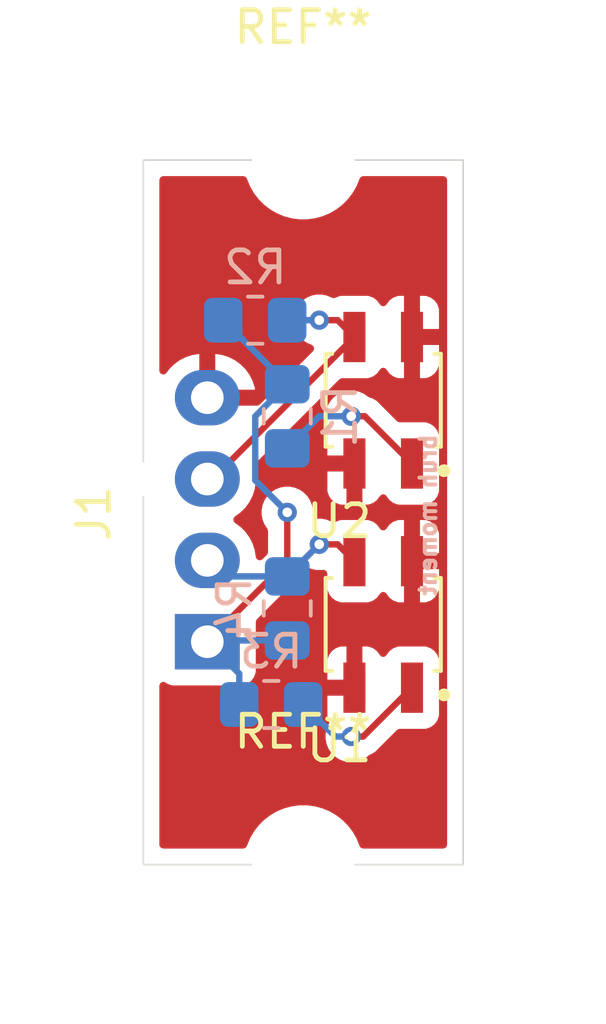
<source format=kicad_pcb>
(kicad_pcb (version 20241229) (generator "pcbnew") (generator_version "9.0")
  (layers (0 "F.Cu" signal) (2 "B.Cu" signal) (13 "F.Paste" user) (15 "B.Paste" user) (5 "F.SilkS" user "F.Silkscreen") (7 "B.SilkS" user "B.Silkscreen") (1 "F.Mask" user) (3 "B.Mask" user) (25 "Edge.Cuts" user))
  (net 0 "")
  (net 1 "3.3V")
  (net 2 "GND")
  (net 3 "Signal2")
  (net 4 "Signal1")
  (net 5 "Net-(R1-Pad1)")
  (net 6 "Net-(R3-Pad1)")
  (footprint "QRE1113GR:SOIC180P460X187-4N" (layer "F.Cu") (at 68.5 35 180)
    (property "Reference" "U2" (at 1.375 -3.775 0) (layer "F.SilkS"))
    (property "Value" "QRE1113GR")
    (fp_line (start 1.8 1.45) (end 1.6 1.45) (stroke (width 0.127)) (layer "F.SilkS"))
    (fp_line (start 1.8 -1.45) (end 1.8 1.45) (stroke (width 0.127)) (layer "F.SilkS"))
    (fp_line (start 1.8 -1.45) (end 1.6 -1.45) (stroke (width 0.127)) (layer "F.SilkS"))
    (fp_line (start -1.8 1.45) (end -1.6 1.45) (stroke (width 0.127)) (layer "F.SilkS"))
    (fp_line (start -1.8 -1.45) (end -1.6 -1.45) (stroke (width 0.127)) (layer "F.SilkS"))
    (fp_line (start -1.8 -1.45) (end -1.8 1.45) (stroke (width 0.127)) (layer "F.SilkS"))
    (fp_circle (center -1.9 -2.2) (end -1.8 -2.2) (stroke (width 0.2)) (fill no) (layer "F.SilkS"))
    (pad "1" smd rect (at -0.9 -1.975 180) (size 0.69 1.57) (layers "F.Cu" "F.Mask" "F.Paste") (net 5 "Net-(R1-Pad1)"))
    (pad "2" smd rect (at -0.9 1.975 180) (size 0.69 1.57) (layers "F.Cu" "F.Mask" "F.Paste") (net 2 "GND"))
    (pad "3" smd rect (at 0.9 1.975 180) (size 0.69 1.57) (layers "F.Cu" "F.Mask" "F.Paste") (net 3 "Signal2"))
    (pad "4" smd rect (at 0.9 -1.975 180) (size 0.69 1.57) (layers "F.Cu" "F.Mask" "F.Paste") (net 2 "GND"))
  )
  (footprint "MountingHole:MountingHole_3.2mm_M3" (layer "F.Cu") (at 66 49.5)
    (property "Reference" "REF**" (at 0 -4.15 0) (layer "F.SilkS"))
    (property "Value" "MountingHole_3.2mm_M3")
    (pad "" np_thru_hole circle (at 0 0) (size 3.2 3.2) (drill 3.2) (layers "*.Cu" "*.Mask"))
  )
  (footprint "QRE1113GR:SOIC180P460X187-4N" (layer "F.Cu") (at 68.5 42 180)
    (property "Reference" "U1" (at 1.375 -3.775 0) (layer "F.SilkS"))
    (property "Value" "QRE1113GR")
    (fp_line (start 1.8 1.45) (end 1.6 1.45) (stroke (width 0.127)) (layer "F.SilkS"))
    (fp_line (start 1.8 -1.45) (end 1.8 1.45) (stroke (width 0.127)) (layer "F.SilkS"))
    (fp_line (start 1.8 -1.45) (end 1.6 -1.45) (stroke (width 0.127)) (layer "F.SilkS"))
    (fp_line (start -1.8 1.45) (end -1.6 1.45) (stroke (width 0.127)) (layer "F.SilkS"))
    (fp_line (start -1.8 -1.45) (end -1.6 -1.45) (stroke (width 0.127)) (layer "F.SilkS"))
    (fp_line (start -1.8 -1.45) (end -1.8 1.45) (stroke (width 0.127)) (layer "F.SilkS"))
    (fp_circle (center -1.9 -2.2) (end -1.8 -2.2) (stroke (width 0.2)) (fill no) (layer "F.SilkS"))
    (pad "1" smd rect (at -0.9 -1.975 180) (size 0.69 1.57) (layers "F.Cu" "F.Mask" "F.Paste") (net 6 "Net-(R3-Pad1)"))
    (pad "2" smd rect (at -0.9 1.975 180) (size 0.69 1.57) (layers "F.Cu" "F.Mask" "F.Paste") (net 2 "GND"))
    (pad "3" smd rect (at 0.9 1.975 180) (size 0.69 1.57) (layers "F.Cu" "F.Mask" "F.Paste") (net 4 "Signal1"))
    (pad "4" smd rect (at 0.9 -1.975 180) (size 0.69 1.57) (layers "F.Cu" "F.Mask" "F.Paste") (net 2 "GND"))
  )
  (footprint "Connector:FanPinHeader_1x04_P2.54mm_Vertical" (layer "F.Cu") (at 63 42.54 90)
    (property "Reference" "J1" (at 4 -3.55 90) (layer "F.SilkS"))
    (property "Value" "some 4 hole connector idk" (hide yes))
    (pad "" np_thru_hole circle (at 5.08 -2.16 180) (size 1.1 1.1) (drill 1.1) (layers "*.Cu" "*.Mask"))
    (pad "1" thru_hole rect (at 0 0 180) (size 2.03 1.73) (drill 1.02) (layers "*.Cu" "*.Mask") (net 1 "3.3V"))
    (pad "2" thru_hole oval (at 2.54 0 180) (size 2.03 1.73) (drill 1.02) (layers "*.Cu" "*.Mask") (net 4 "Signal1"))
    (pad "3" thru_hole oval (at 5.08 0 180) (size 2.03 1.73) (drill 1.02) (layers "*.Cu" "*.Mask") (net 3 "Signal2"))
    (pad "4" thru_hole oval (at 7.62 0 180) (size 2.03 1.73) (drill 1.02) (layers "*.Cu" "*.Mask") (net 2 "GND"))
  )
  (footprint "MountingHole:MountingHole_3.2mm_M3" (layer "F.Cu") (at 66 27.5)
    (property "Reference" "REF**" (at 0 -4.15 0) (layer "F.SilkS"))
    (property "Value" "MountingHole_3.2mm_M3")
    (pad "" np_thru_hole circle (at 0 0) (size 3.2 3.2) (drill 3.2) (layers "*.Cu" "*.Mask"))
  )
  (footprint "Resistor_SMD:R_0805_2012Metric_Pad1.20x1.40mm_HandSolder" (layer "B.Cu") (at 65.5 35.5 90)
    (property "Reference" "R1" (at 0 1.65 90) (layer "B.SilkS") (effects (justify mirror)))
    (property "Value" "220")
    (fp_line (start -0.227064 -0.735) (end 0.227064 -0.735) (stroke (width 0.12)) (layer "B.SilkS"))
    (fp_line (start -0.227064 0.735) (end 0.227064 0.735) (stroke (width 0.12)) (layer "B.SilkS"))
    (pad "1" smd roundrect (at -1 0 90) (size 1.2 1.4) (layers "B.Cu" "B.Mask" "B.Paste") (roundrect_rratio 0.208333) (net 5 "Net-(R1-Pad1)"))
    (pad "2" smd roundrect (at 1 0 90) (size 1.2 1.4) (layers "B.Cu" "B.Mask" "B.Paste") (roundrect_rratio 0.208333) (net 1 "3.3V"))
  )
  (footprint "Resistor_SMD:R_0805_2012Metric_Pad1.20x1.40mm_HandSolder" (layer "B.Cu") (at 65 44.5 180)
    (property "Reference" "R3" (at 0 1.65 0) (layer "B.SilkS") (effects (justify mirror)))
    (property "Value" "220")
    (fp_line (start -0.227064 0.735) (end 0.227064 0.735) (stroke (width 0.12)) (layer "B.SilkS"))
    (fp_line (start -0.227064 -0.735) (end 0.227064 -0.735) (stroke (width 0.12)) (layer "B.SilkS"))
    (pad "1" smd roundrect (at -1 0 180) (size 1.2 1.4) (layers "B.Cu" "B.Mask" "B.Paste") (roundrect_rratio 0.208333) (net 6 "Net-(R3-Pad1)"))
    (pad "2" smd roundrect (at 1 0 180) (size 1.2 1.4) (layers "B.Cu" "B.Mask" "B.Paste") (roundrect_rratio 0.208333) (net 1 "3.3V"))
  )
  (footprint "Resistor_SMD:R_0805_2012Metric_Pad1.20x1.40mm_HandSolder" (layer "B.Cu") (at 65.5 41.5 -90)
    (property "Reference" "R4" (at 0 1.65 90) (layer "B.SilkS") (effects (justify mirror)))
    (property "Value" "47k")
    (fp_line (start -0.227064 0.735) (end 0.227064 0.735) (stroke (width 0.12)) (layer "B.SilkS"))
    (fp_line (start -0.227064 -0.735) (end 0.227064 -0.735) (stroke (width 0.12)) (layer "B.SilkS"))
    (pad "1" smd roundrect (at -1 0 270) (size 1.2 1.4) (layers "B.Cu" "B.Mask" "B.Paste") (roundrect_rratio 0.208333) (net 4 "Signal1"))
    (pad "2" smd roundrect (at 1 0 270) (size 1.2 1.4) (layers "B.Cu" "B.Mask" "B.Paste") (roundrect_rratio 0.208333) (net 1 "3.3V"))
  )
  (footprint "Resistor_SMD:R_0805_2012Metric_Pad1.20x1.40mm_HandSolder" (layer "B.Cu") (at 64.5 32.5 180)
    (property "Reference" "R2" (at 0 1.65 0) (layer "B.SilkS") (effects (justify mirror)))
    (property "Value" "47k")
    (fp_line (start -0.227064 0.735) (end 0.227064 0.735) (stroke (width 0.12)) (layer "B.SilkS"))
    (fp_line (start -0.227064 -0.735) (end 0.227064 -0.735) (stroke (width 0.12)) (layer "B.SilkS"))
    (pad "1" smd roundrect (at -1 0 180) (size 1.2 1.4) (layers "B.Cu" "B.Mask" "B.Paste") (roundrect_rratio 0.208333) (net 3 "Signal2"))
    (pad "2" smd roundrect (at 1 0 180) (size 1.2 1.4) (layers "B.Cu" "B.Mask" "B.Paste") (roundrect_rratio 0.208333) (net 1 "3.3V"))
  )
  (gr_rect (start 61 27.5) (end 71 49.5) (stroke (width 0.05)) (fill no) (layer "Edge.Cuts"))
  (gr_text "bruh moment" (at 70.2 36 90) (layer "B.SilkS") (effects (font (size 0.5 0.5) (thickness 0.125) (bold yes)) (justify left bottom mirror)))
  (segment (start 65.5 40.04) (end 63 42.54) (width 0.2) (layer "F.Cu") (net 1))
  (segment (start 65.5 38.5) (end 65.5 40.04) (width 0.2) (layer "F.Cu") (net 1))
  (via (at 65.5 38.5) (size 0.6) (drill 0.3) (layers "F.Cu" "B.Cu") (net 1))
  (segment (start 64.499 37.499) (end 65.5 38.5) (width 0.2) (layer "B.Cu") (net 1))
  (segment (start 63.5 32.5) (end 65.5 34.5) (width 0.2) (layer "B.Cu") (net 1))
  (segment (start 65.5 42.5) (end 63.04 42.5) (width 0.2) (layer "B.Cu") (net 1))
  (segment (start 64 44.5) (end 64 43.54) (width 0.2) (layer "B.Cu") (net 1))
  (segment (start 65.5 34.5) (end 64.499 35.501) (width 0.2) (layer "B.Cu") (net 1))
  (segment (start 63.04 42.5) (end 63 42.54) (width 0.2) (layer "B.Cu") (net 1))
  (segment (start 64.499 35.501) (end 64.499 37.499) (width 0.2) (layer "B.Cu") (net 1))
  (segment (start 64 43.54) (end 63 42.54) (width 0.2) (layer "B.Cu") (net 1))
  (segment (start 67.075 32.5) (end 67.6 33.025) (width 0.2) (layer "F.Cu") (net 3))
  (segment (start 66.5 32.5) (end 67.075 32.5) (width 0.2) (layer "F.Cu") (net 3))
  (segment (start 63.165 37.46) (end 67.6 33.025) (width 0.2) (layer "F.Cu") (net 3))
  (segment (start 63 37.46) (end 63.165 37.46) (width 0.2) (layer "F.Cu") (net 3))
  (via (at 66.5 32.5) (size 0.6) (drill 0.3) (layers "F.Cu" "B.Cu") (net 3))
  (segment (start 65.5 32.5) (end 66.5 32.5) (width 0.2) (layer "B.Cu") (net 3))
  (segment (start 66.5 39.5) (end 67.075 39.5) (width 0.2) (layer "F.Cu") (net 4))
  (segment (start 67.075 39.5) (end 67.6 40.025) (width 0.2) (layer "F.Cu") (net 4))
  (via (at 66.5 39.5) (size 0.6) (drill 0.3) (layers "F.Cu" "B.Cu") (net 4))
  (segment (start 63.5 40.5) (end 63 40) (width 0.2) (layer "B.Cu") (net 4))
  (segment (start 65.5 40.5) (end 66.5 39.5) (width 0.2) (layer "B.Cu") (net 4))
  (segment (start 65.5 40.5) (end 63.5 40.5) (width 0.2) (layer "B.Cu") (net 4))
  (segment (start 67.5 35.5) (end 67.925 35.5) (width 0.2) (layer "F.Cu") (net 5))
  (segment (start 67.925 35.5) (end 69.4 36.975) (width 0.2) (layer "F.Cu") (net 5))
  (via (at 67.5 35.5) (size 0.6) (drill 0.3) (layers "F.Cu" "B.Cu") (net 5))
  (segment (start 65.5 36.5) (end 66.5 35.5) (width 0.2) (layer "B.Cu") (net 5))
  (segment (start 66.5 35.5) (end 67.5 35.5) (width 0.2) (layer "B.Cu") (net 5))
  (segment (start 67.875 45.5) (end 67.5 45.5) (width 0.2) (layer "F.Cu") (net 6))
  (segment (start 69.4 43.975) (end 67.875 45.5) (width 0.2) (layer "F.Cu") (net 6))
  (via (at 67.5 45.5) (size 0.6) (drill 0.3) (layers "F.Cu" "B.Cu") (net 6))
  (segment (start 67 45.5) (end 66 44.5) (width 0.2) (layer "B.Cu") (net 6))
  (segment (start 67.5 45.5) (end 67 45.5) (width 0.2) (layer "B.Cu") (net 6))
  (zone (net 2) (net_name "GND") (layers "F.Cu" "B.Cu") (connect_pads (clearance 0.5)) (min_thickness 0.25) (fill yes (thermal_gap 0.5) (thermal_bridge_width 0.5))
    (polygon (pts (xy 61 27.5) (xy 71 27.5) (xy 71 49.5) (xy 61 49.5)))
  )
)
</source>
